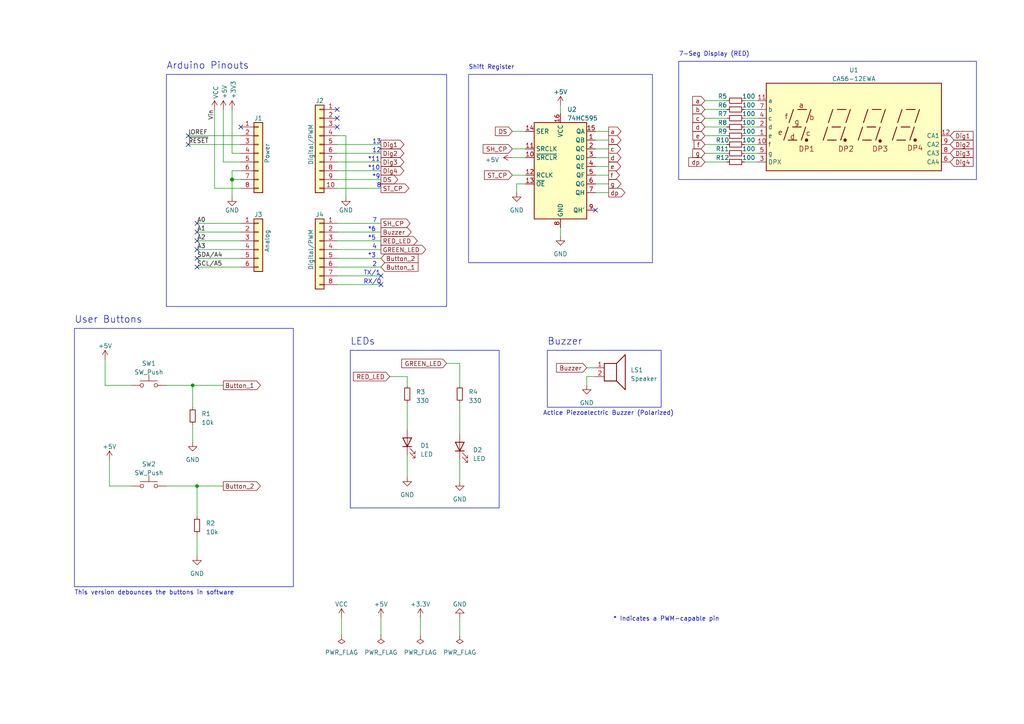
<source format=kicad_sch>
(kicad_sch (version 20230121) (generator eeschema)
  (paper "A4")
  (title_block (title "Kitchen Timer Uno Shield") (date "mar. 31 mars 2015") (rev "1.0"))
  (lib_symbols
    (symbol "+5V_1" (power) (pin_names (offset 0))
      (property "Value" "+5V_1" (at 0 3.556 0))
      (symbol "+5V_1_0_1"
        (polyline (pts (xy -0.762 1.27) (xy 0 2.54)))
        (polyline (pts (xy 0 0) (xy 0 2.54)))
        (polyline (pts (xy 0 2.54) (xy 0.762 1.27)))
      )
      (symbol "+5V_1_1_1"
        (pin power_in line (at 0 0 90) (length 0) hide (name "+5V") (number "1"))
      )
    )
    (symbol "+5V_2" (power) (pin_names (offset 0))
      (property "Value" "+5V_2" (at 0 3.556 0))
      (symbol "+5V_2_0_1"
        (polyline (pts (xy -0.762 1.27) (xy 0 2.54)))
        (polyline (pts (xy 0 0) (xy 0 2.54)))
        (polyline (pts (xy 0 2.54) (xy 0.762 1.27)))
      )
      (symbol "+5V_2_1_1"
        (pin power_in line (at 0 0 90) (length 0) hide (name "+5V") (number "1"))
      )
    )
    (symbol "+5V_3" (power) (pin_names (offset 0))
      (property "Value" "+5V_3" (at 0 3.556 0))
      (symbol "+5V_3_0_1"
        (polyline (pts (xy -0.762 1.27) (xy 0 2.54)))
        (polyline (pts (xy 0 0) (xy 0 2.54)))
        (polyline (pts (xy 0 2.54) (xy 0.762 1.27)))
      )
      (symbol "+5V_3_1_1"
        (pin power_in line (at 0 0 90) (length 0) hide (name "+5V") (number "1"))
      )
    )
    (symbol "+5V_4" (power) (pin_names (offset 0))
      (property "Value" "+5V_4" (at 0 3.556 0))
      (symbol "+5V_4_0_1"
        (polyline (pts (xy -0.762 1.27) (xy 0 2.54)))
        (polyline (pts (xy 0 0) (xy 0 2.54)))
        (polyline (pts (xy 0 2.54) (xy 0.762 1.27)))
      )
      (symbol "+5V_4_1_1"
        (pin power_in line (at 0 0 90) (length 0) hide (name "+5V") (number "1"))
      )
    )
    (symbol "74xx:74HC595"
      (property "Reference" "U" (at -7.62 13.97 0))
      (property "Value" "74HC595" (at -7.62 -16.51 0))
      (symbol "74HC595_1_0"
        (pin tri_state line (at 10.16 7.62 180) (length 2.54) (name "QB") (number "1"))
        (pin input line (at -10.16 2.54 0) (length 2.54) (name "~{SRCLR}") (number "10"))
        (pin input line (at -10.16 5.08 0) (length 2.54) (name "SRCLK") (number "11"))
        (pin input line (at -10.16 -2.54 0) (length 2.54) (name "RCLK") (number "12"))
        (pin input line (at -10.16 -5.08 0) (length 2.54) (name "~{OE}") (number "13"))
        (pin input line (at -10.16 10.16 0) (length 2.54) (name "SER") (number "14"))
        (pin tri_state line (at 10.16 10.16 180) (length 2.54) (name "QA") (number "15"))
        (pin power_in line (at 0 15.24 270) (length 2.54) (name "VCC") (number "16"))
        (pin tri_state line (at 10.16 5.08 180) (length 2.54) (name "QC") (number "2"))
        (pin tri_state line (at 10.16 2.54 180) (length 2.54) (name "QD") (number "3"))
        (pin tri_state line (at 10.16 0 180) (length 2.54) (name "QE") (number "4"))
        (pin tri_state line (at 10.16 -2.54 180) (length 2.54) (name "QF") (number "5"))
        (pin tri_state line (at 10.16 -5.08 180) (length 2.54) (name "QG") (number "6"))
        (pin tri_state line (at 10.16 -7.62 180) (length 2.54) (name "QH") (number "7"))
        (pin power_in line (at 0 -17.78 90) (length 2.54) (name "GND") (number "8"))
        (pin output line (at 10.16 -12.7 180) (length 2.54) (name "QH'") (number "9"))
      )
      (symbol "74HC595_1_1"
        (rectangle (start -7.62 12.7) (end 7.62 -15.24) (stroke (width 0.254)) (fill (type background)))
      )
    )
    (symbol "Connector_Generic:Conn_01x06" (pin_names (offset 1.016) hide)
      (property "Reference" "J" (at 0 7.62 0))
      (property "Value" "Conn_01x06" (at 0 -10.16 0))
      (symbol "Conn_01x06_1_1"
        (rectangle (start -1.27 -7.493) (end 0 -7.747) (stroke (width 0.1524)))
        (rectangle (start -1.27 -4.953) (end 0 -5.207) (stroke (width 0.1524)))
        (rectangle (start -1.27 -2.413) (end 0 -2.667) (stroke (width 0.1524)))
        (rectangle (start -1.27 0.127) (end 0 -0.127) (stroke (width 0.1524)))
        (rectangle (start -1.27 2.667) (end 0 2.413) (stroke (width 0.1524)))
        (rectangle (start -1.27 5.207) (end 0 4.953) (stroke (width 0.1524)))
        (rectangle (start -1.27 6.35) (end 1.27 -8.89) (stroke (width 0.254)) (fill (type background)))
        (pin passive line (at -5.08 5.08 0) (length 3.81) (name "Pin_1") (number "1"))
        (pin passive line (at -5.08 2.54 0) (length 3.81) (name "Pin_2") (number "2"))
        (pin passive line (at -5.08 0 0) (length 3.81) (name "Pin_3") (number "3"))
        (pin passive line (at -5.08 -2.54 0) (length 3.81) (name "Pin_4") (number "4"))
        (pin passive line (at -5.08 -5.08 0) (length 3.81) (name "Pin_5") (number "5"))
        (pin passive line (at -5.08 -7.62 0) (length 3.81) (name "Pin_6") (number "6"))
      )
    )
    (symbol "Connector_Generic:Conn_01x08" (pin_names (offset 1.016) hide)
      (property "Reference" "J" (at 0 10.16 0))
      (property "Value" "Conn_01x08" (at 0 -12.7 0))
      (symbol "Conn_01x08_1_1"
        (rectangle (start -1.27 -10.033) (end 0 -10.287) (stroke (width 0.1524)))
        (rectangle (start -1.27 -7.493) (end 0 -7.747) (stroke (width 0.1524)))
        (rectangle (start -1.27 -4.953) (end 0 -5.207) (stroke (width 0.1524)))
        (rectangle (start -1.27 -2.413) (end 0 -2.667) (stroke (width 0.1524)))
        (rectangle (start -1.27 0.127) (end 0 -0.127) (stroke (width 0.1524)))
        (rectangle (start -1.27 2.667) (end 0 2.413) (stroke (width 0.1524)))
        (rectangle (start -1.27 5.207) (end 0 4.953) (stroke (width 0.1524)))
        (rectangle (start -1.27 7.747) (end 0 7.493) (stroke (width 0.1524)))
        (rectangle (start -1.27 8.89) (end 1.27 -11.43) (stroke (width 0.254)) (fill (type background)))
        (pin passive line (at -5.08 7.62 0) (length 3.81) (name "Pin_1") (number "1"))
        (pin passive line (at -5.08 5.08 0) (length 3.81) (name "Pin_2") (number "2"))
        (pin passive line (at -5.08 2.54 0) (length 3.81) (name "Pin_3") (number "3"))
        (pin passive line (at -5.08 0 0) (length 3.81) (name "Pin_4") (number "4"))
        (pin passive line (at -5.08 -2.54 0) (length 3.81) (name "Pin_5") (number "5"))
        (pin passive line (at -5.08 -5.08 0) (length 3.81) (name "Pin_6") (number "6"))
        (pin passive line (at -5.08 -7.62 0) (length 3.81) (name "Pin_7") (number "7"))
        (pin passive line (at -5.08 -10.16 0) (length 3.81) (name "Pin_8") (number "8"))
      )
    )
    (symbol "Connector_Generic:Conn_01x10" (pin_names (offset 1.016) hide)
      (property "Reference" "J" (at 0 12.7 0))
      (property "Value" "Conn_01x10" (at 0 -15.24 0))
      (symbol "Conn_01x10_1_1"
        (rectangle (start -1.27 -12.573) (end 0 -12.827) (stroke (width 0.1524)))
        (rectangle (start -1.27 -10.033) (end 0 -10.287) (stroke (width 0.1524)))
        (rectangle (start -1.27 -7.493) (end 0 -7.747) (stroke (width 0.1524)))
        (rectangle (start -1.27 -4.953) (end 0 -5.207) (stroke (width 0.1524)))
        (rectangle (start -1.27 -2.413) (end 0 -2.667) (stroke (width 0.1524)))
        (rectangle (start -1.27 0.127) (end 0 -0.127) (stroke (width 0.1524)))
        (rectangle (start -1.27 2.667) (end 0 2.413) (stroke (width 0.1524)))
        (rectangle (start -1.27 5.207) (end 0 4.953) (stroke (width 0.1524)))
        (rectangle (start -1.27 7.747) (end 0 7.493) (stroke (width 0.1524)))
        (rectangle (start -1.27 10.287) (end 0 10.033) (stroke (width 0.1524)))
        (rectangle (start -1.27 11.43) (end 1.27 -13.97) (stroke (width 0.254)) (fill (type background)))
        (pin passive line (at -5.08 10.16 0) (length 3.81) (name "Pin_1") (number "1"))
        (pin passive line (at -5.08 -12.7 0) (length 3.81) (name "Pin_10") (number "10"))
        (pin passive line (at -5.08 7.62 0) (length 3.81) (name "Pin_2") (number "2"))
        (pin passive line (at -5.08 5.08 0) (length 3.81) (name "Pin_3") (number "3"))
        (pin passive line (at -5.08 2.54 0) (length 3.81) (name "Pin_4") (number "4"))
        (pin passive line (at -5.08 0 0) (length 3.81) (name "Pin_5") (number "5"))
        (pin passive line (at -5.08 -2.54 0) (length 3.81) (name "Pin_6") (number "6"))
        (pin passive line (at -5.08 -5.08 0) (length 3.81) (name "Pin_7") (number "7"))
        (pin passive line (at -5.08 -7.62 0) (length 3.81) (name "Pin_8") (number "8"))
        (pin passive line (at -5.08 -10.16 0) (length 3.81) (name "Pin_9") (number "9"))
      )
    )
    (symbol "Device:LED" (pin_numbers hide) (pin_names (offset 1.016) hide)
      (property "Reference" "D" (at 0 2.54 0))
      (property "Value" "LED" (at 0 -2.54 0))
      (symbol "LED_0_1"
        (polyline (pts (xy -1.27 -1.27) (xy -1.27 1.27)) (stroke (width 0.254)))
        (polyline (pts (xy -1.27 0) (xy 1.27 0)))
        (polyline (pts (xy 1.27 -1.27) (xy 1.27 1.27) (xy -1.27 0) (xy 1.27 -1.27)) (stroke (width 0.254)))
        (polyline (pts (xy -3.048 -0.762) (xy -4.572 -2.286) (xy -3.81 -2.286) (xy -4.572 -2.286) (xy -4.572 -1.524)))
        (polyline (pts (xy -1.778 -0.762) (xy -3.302 -2.286) (xy -2.54 -2.286) (xy -3.302 -2.286) (xy -3.302 -1.524)))
      )
      (symbol "LED_1_1"
        (pin passive line (at -3.81 0 0) (length 2.54) (name "K") (number "1"))
        (pin passive line (at 3.81 0 180) (length 2.54) (name "A") (number "2"))
      )
    )
    (symbol "Device:R_Small" (pin_numbers hide) (pin_names (offset 0.254) hide)
      (property "Reference" "R" (at 0.762 0.508 0))
      (property "Value" "R_Small" (at 0.762 -1.016 0))
      (symbol "R_Small_0_1"
        (rectangle (start -0.762 1.778) (end 0.762 -1.778) (stroke (width 0.2032)))
      )
      (symbol "R_Small_1_1"
        (pin passive line (at 0 2.54 270) (length 0.762) (name "~") (number "1"))
        (pin passive line (at 0 -2.54 90) (length 0.762) (name "~") (number "2"))
      )
    )
    (symbol "Device:Speaker" (pin_names (offset 0) hide)
      (property "Reference" "LS" (at 1.27 5.715 0))
      (property "Value" "Speaker" (at 1.27 3.81 0))
      (symbol "Speaker_0_0"
        (rectangle (start -2.54 1.27) (end 1.016 -3.81) (stroke (width 0.254)))
        (polyline (pts (xy 1.016 1.27) (xy 3.556 3.81) (xy 3.556 -6.35) (xy 1.016 -3.81)) (stroke (width 0.254)))
      )
      (symbol "Speaker_1_1"
        (pin input line (at -5.08 0 0) (length 2.54) (name "1") (number "1"))
        (pin input line (at -5.08 -2.54 0) (length 2.54) (name "2") (number "2"))
      )
    )
    (symbol "Display_Character:CA56-12EWA"
      (property "Reference" "U" (at -24.13 13.97 0))
      (property "Value" "CA56-12EWA" (at 19.05 13.97 0))
      (symbol "CA56-12EWA_0_0"
        (rectangle (start -25.4 12.7) (end 25.4 -12.7) (stroke (width 0.254)) (fill (type background)))
        (polyline (pts (xy -20.32 -3.81) (xy -19.05 0)) (stroke (width 0.254)))
        (polyline (pts (xy -19.05 -3.81) (xy -16.51 -3.81)) (stroke (width 0.254)))
        (polyline (pts (xy -18.796 1.27) (xy -17.526 5.08)) (stroke (width 0.254)))
        (polyline (pts (xy -17.78 0) (xy -15.24 0)) (stroke (width 0.254)))
        (polyline (pts (xy -16.256 5.08) (xy -13.716 5.08)) (stroke (width 0.254)))
        (polyline (pts (xy -15.24 -3.81) (xy -13.97 0)) (stroke (width 0.254)))
        (polyline (pts (xy -13.716 1.27) (xy -12.446 5.08)) (stroke (width 0.254)))
        (polyline (pts (xy -8.89 -3.81) (xy -7.62 0)) (stroke (width 0.254)))
        (polyline (pts (xy -7.62 -3.81) (xy -5.08 -3.81)) (stroke (width 0.254)))
        (polyline (pts (xy -7.366 1.27) (xy -6.096 5.08)) (stroke (width 0.254)))
        (polyline (pts (xy -6.35 0) (xy -3.81 0)) (stroke (width 0.254)))
        (polyline (pts (xy -4.826 5.08) (xy -2.286 5.08)) (stroke (width 0.254)))
        (polyline (pts (xy -3.81 -3.81) (xy -2.54 0)) (stroke (width 0.254)))
        (polyline (pts (xy -2.286 1.27) (xy -1.016 5.08)) (stroke (width 0.254)))
        (polyline (pts (xy 1.27 -3.81) (xy 2.54 0)) (stroke (width 0.254)))
        (polyline (pts (xy 2.54 -3.81) (xy 5.08 -3.81)) (stroke (width 0.254)))
        (polyline (pts (xy 2.794 1.27) (xy 4.064 5.08)) (stroke (width 0.254)))
        (polyline (pts (xy 3.81 0) (xy 6.35 0)) (stroke (width 0.254)))
        (polyline (pts (xy 5.334 5.08) (xy 7.874 5.08)) (stroke (width 0.254)))
        (polyline (pts (xy 6.35 -3.81) (xy 7.62 0)) (stroke (width 0.254)))
        (polyline (pts (xy 7.874 1.27) (xy 9.144 5.08)) (stroke (width 0.254)))
        (polyline (pts (xy 11.176 -3.81) (xy 12.446 0)) (stroke (width 0.254)))
        (polyline (pts (xy 12.446 -3.81) (xy 14.986 -3.81)) (stroke (width 0.254)))
        (polyline (pts (xy 12.7 1.27) (xy 13.97 5.08)) (stroke (width 0.254)))
        (polyline (pts (xy 13.716 0) (xy 16.256 0)) (stroke (width 0.254)))
        (polyline (pts (xy 15.24 5.08) (xy 17.78 5.08)) (stroke (width 0.254)))
        (polyline (pts (xy 16.256 -3.81) (xy 17.526 0)) (stroke (width 0.254)))
        (polyline (pts (xy 17.78 1.27) (xy 19.05 5.08)) (stroke (width 0.254)))
        (text "a" (at -15.24 6.35 0) (effects (font (size 1.524 1.524))))
        (text "b" (at -12.192 2.794 0) (effects (font (size 1.524 1.524))))
        (text "c" (at -13.208 -1.778 0) (effects (font (size 1.524 1.524))))
        (text "d" (at -17.78 -2.794 0) (effects (font (size 1.524 1.524))))
        (text "DP1" (at -13.716 -6.35 0) (effects (font (size 1.524 1.524))))
        (text "DP2" (at -2.286 -6.35 0) (effects (font (size 1.524 1.524))))
        (text "DP3" (at 7.62 -6.35 0) (effects (font (size 1.524 1.524))))
        (text "DP4" (at 17.78 -6.096 0) (effects (font (size 1.524 1.524))))
        (text "e" (at -21.336 -1.524 0) (effects (font (size 1.524 1.524))))
        (text "f" (at -19.558 3.048 0) (effects (font (size 1.524 1.524))))
        (text "g" (at -16.51 1.524 0) (effects (font (size 1.524 1.524))))
      )
      (symbol "CA56-12EWA_0_1"
        (circle (center -13.716 -3.81) (radius 0.3556) (stroke (width 0.254)) (fill (type outline)))
        (circle (center -2.54 -3.81) (radius 0.3556) (stroke (width 0.254)) (fill (type outline)))
      )
      (symbol "CA56-12EWA_1_0"
        (circle (center 7.62 -4.064) (radius 0.3556) (stroke (width 0.254)) (fill (type outline)))
        (circle (center 17.78 -3.81) (radius 0.3556) (stroke (width 0.254)) (fill (type outline)))
      )
      (symbol "CA56-12EWA_1_1"
        (pin input line (at -27.94 -2.54 0) (length 2.54) (name "e") (number "1"))
        (pin input line (at -27.94 -5.08 0) (length 2.54) (name "f") (number "10"))
        (pin input line (at -27.94 7.62 0) (length 2.54) (name "a") (number "11"))
        (pin input line (at 27.94 -2.54 180) (length 2.54) (name "CA1") (number "12"))
        (pin input line (at -27.94 0 0) (length 2.54) (name "d") (number "2"))
        (pin input line (at -27.94 -10.16 0) (length 2.54) (name "DPX") (number "3"))
        (pin input line (at -27.94 2.54 0) (length 2.54) (name "c") (number "4"))
        (pin input line (at -27.94 -7.62 0) (length 2.54) (name "g") (number "5"))
        (pin input line (at 27.94 -10.16 180) (length 2.54) (name "CA4") (number "6"))
        (pin input line (at -27.94 5.08 0) (length 2.54) (name "b") (number "7"))
        (pin input line (at 27.94 -7.62 180) (length 2.54) (name "CA3") (number "8"))
        (pin input line (at 27.94 -5.08 180) (length 2.54) (name "CA2") (number "9"))
      )
    )
    (symbol "GND_1" (power) (pin_names (offset 0))
      (property "Value" "GND_1" (at 0 -3.81 0))
      (symbol "GND_1_0_1"
        (polyline (pts (xy 0 0) (xy 0 -1.27) (xy 1.27 -1.27) (xy 0 -2.54) (xy -1.27 -1.27) (xy 0 -1.27)))
      )
      (symbol "GND_1_1_1"
        (pin power_in line (at 0 0 270) (length 0) hide (name "GND") (number "1"))
      )
    )
    (symbol "GND_2" (power) (pin_names (offset 0))
      (property "Value" "GND_2" (at 0 -3.81 0))
      (symbol "GND_2_0_1"
        (polyline (pts (xy 0 0) (xy 0 -1.27) (xy 1.27 -1.27) (xy 0 -2.54) (xy -1.27 -1.27) (xy 0 -1.27)))
      )
      (symbol "GND_2_1_1"
        (pin power_in line (at 0 0 270) (length 0) hide (name "GND") (number "1"))
      )
    )
    (symbol "GND_3" (power) (pin_names (offset 0))
      (property "Value" "GND_3" (at 0 -3.81 0))
      (symbol "GND_3_0_1"
        (polyline (pts (xy 0 0) (xy 0 -1.27) (xy 1.27 -1.27) (xy 0 -2.54) (xy -1.27 -1.27) (xy 0 -1.27)))
      )
      (symbol "GND_3_1_1"
        (pin power_in line (at 0 0 270) (length 0) hide (name "GND") (number "1"))
      )
    )
    (symbol "GND_4" (power) (pin_names (offset 0))
      (property "Value" "GND_4" (at 0 -3.81 0))
      (symbol "GND_4_0_1"
        (polyline (pts (xy 0 0) (xy 0 -1.27) (xy 1.27 -1.27) (xy 0 -2.54) (xy -1.27 -1.27) (xy 0 -1.27)))
      )
      (symbol "GND_4_1_1"
        (pin power_in line (at 0 0 270) (length 0) hide (name "GND") (number "1"))
      )
    )
    (symbol "GND_5" (power) (pin_names (offset 0))
      (property "Value" "GND_5" (at 0 -3.81 0))
      (symbol "GND_5_0_1"
        (polyline (pts (xy 0 0) (xy 0 -1.27) (xy 1.27 -1.27) (xy 0 -2.54) (xy -1.27 -1.27) (xy 0 -1.27)))
      )
      (symbol "GND_5_1_1"
        (pin power_in line (at 0 0 270) (length 0) hide (name "GND") (number "1"))
      )
    )
    (symbol "GND_6" (power) (pin_names (offset 0))
      (property "Value" "GND_6" (at 0 -3.81 0))
      (symbol "GND_6_0_1"
        (polyline (pts (xy 0 0) (xy 0 -1.27) (xy 1.27 -1.27) (xy 0 -2.54) (xy -1.27 -1.27) (xy 0 -1.27)))
      )
      (symbol "GND_6_1_1"
        (pin power_in line (at 0 0 270) (length 0) hide (name "GND") (number "1"))
      )
    )
    (symbol "GND_7" (power) (pin_names (offset 0))
      (property "Value" "GND_7" (at 0 -3.81 0))
      (symbol "GND_7_0_1"
        (polyline (pts (xy 0 0) (xy 0 -1.27) (xy 1.27 -1.27) (xy 0 -2.54) (xy -1.27 -1.27) (xy 0 -1.27)))
      )
      (symbol "GND_7_1_1"
        (pin power_in line (at 0 0 270) (length 0) hide (name "GND") (number "1"))
      )
    )
    (symbol "Switch:SW_Push" (pin_numbers hide) (pin_names (offset 1.016) hide)
      (property "Reference" "SW" (at 1.27 2.54 0))
      (property "Value" "SW_Push" (at 0 -1.524 0))
      (symbol "SW_Push_0_1"
        (circle (center -2.032 0) (radius 0.508))
        (polyline (pts (xy 0 1.27) (xy 0 3.048)))
        (polyline (pts (xy 2.54 1.27) (xy -2.54 1.27)))
        (circle (center 2.032 0) (radius 0.508))
        (pin passive line (at -5.08 0 0) (length 2.54) (name "1") (number "1"))
        (pin passive line (at 5.08 0 180) (length 2.54) (name "2") (number "2"))
      )
    )
    (symbol "VCC_1" (power) (pin_names (offset 0))
      (property "Value" "VCC_1" (at 0 3.81 0))
      (symbol "VCC_1_0_1"
        (polyline (pts (xy -0.762 1.27) (xy 0 2.54)))
        (polyline (pts (xy 0 0) (xy 0 2.54)))
        (polyline (pts (xy 0 2.54) (xy 0.762 1.27)))
      )
      (symbol "VCC_1_1_1"
        (pin power_in line (at 0 0 90) (length 0) hide (name "VCC") (number "1"))
      )
    )
    (symbol "power:+3.3V" (power) (pin_names (offset 0))
      (property "Value" "+3.3V" (at 0 3.556 0))
      (symbol "+3.3V_0_1"
        (polyline (pts (xy -0.762 1.27) (xy 0 2.54)))
        (polyline (pts (xy 0 0) (xy 0 2.54)))
        (polyline (pts (xy 0 2.54) (xy 0.762 1.27)))
      )
      (symbol "+3.3V_1_1"
        (pin power_in line (at 0 0 90) (length 0) hide (name "+3.3V") (number "1"))
      )
    )
    (symbol "power:+3V3" (power) (pin_names (offset 0))
      (property "Value" "+3V3" (at 0 3.556 0))
      (symbol "+3V3_0_1"
        (polyline (pts (xy -0.762 1.27) (xy 0 2.54)))
        (polyline (pts (xy 0 0) (xy 0 2.54)))
        (polyline (pts (xy 0 2.54) (xy 0.762 1.27)))
      )
      (symbol "+3V3_1_1"
        (pin power_in line (at 0 0 90) (length 0) hide (name "+3V3") (number "1"))
      )
    )
    (symbol "power:+5V" (power) (pin_names (offset 0))
      (property "Value" "+5V" (at 0 3.556 0))
      (symbol "+5V_0_1"
        (polyline (pts (xy -0.762 1.27) (xy 0 2.54)))
        (polyline (pts (xy 0 0) (xy 0 2.54)))
        (polyline (pts (xy 0 2.54) (xy 0.762 1.27)))
      )
      (symbol "+5V_1_1"
        (pin power_in line (at 0 0 90) (length 0) hide (name "+5V") (number "1"))
      )
    )
    (symbol "power:GND" (power) (pin_names (offset 0))
      (property "Value" "GND" (at 0 -3.81 0))
      (symbol "GND_0_1"
        (polyline (pts (xy 0 0) (xy 0 -1.27) (xy 1.27 -1.27) (xy 0 -2.54) (xy -1.27 -1.27) (xy 0 -1.27)))
      )
      (symbol "GND_1_1"
        (pin power_in line (at 0 0 270) (length 0) hide (name "GND") (number "1"))
      )
    )
    (symbol "power:PWR_FLAG" (power) (pin_numbers hide) (pin_names (offset 0) hide)
      (property "Value" "PWR_FLAG" (at 0 3.81 0))
      (symbol "PWR_FLAG_0_0"
        (pin power_out line (at 0 0 90) (length 0) (name "pwr") (number "1"))
      )
      (symbol "PWR_FLAG_0_1"
        (polyline (pts (xy 0 0) (xy 0 1.27) (xy -1.016 1.905) (xy 0 2.54) (xy 1.016 1.905) (xy 0 1.27)))
      )
    )
    (symbol "power:VCC" (power) (pin_names (offset 0))
      (property "Value" "VCC" (at 0 3.81 0))
      (symbol "VCC_0_1"
        (polyline (pts (xy -0.762 1.27) (xy 0 2.54)))
        (polyline (pts (xy 0 0) (xy 0 2.54)))
        (polyline (pts (xy 0 2.54) (xy 0.762 1.27)))
      )
      (symbol "VCC_1_1"
        (pin power_in line (at 0 0 90) (length 0) hide (name "VCC") (number "1"))
      )
    )
  )
  (junction (at 67.31 52.07) (diameter 1.016))
  (junction (at 57.15 140.97))
  (junction (at 55.88 111.76))
  (no_connect (at 110.49 80.01))
  (no_connect (at 97.79 36.83))
  (no_connect (at 57.15 69.85))
  (no_connect (at 97.79 31.75))
  (no_connect (at 57.15 67.31))
  (no_connect (at 172.72 60.96))
  (no_connect (at 54.61 41.91))
  (no_connect (at 57.15 77.47))
  (no_connect (at 110.49 82.55))
  (no_connect (at 57.15 72.39))
  (no_connect (at 97.79 34.29))
  (no_connect (at 57.15 74.93))
  (no_connect (at 54.61 39.37))
  (no_connect (at 57.15 64.77))
  (no_connect (at 69.85 36.83))
  (wire (pts (xy 97.79 82.55) (xy 110.49 82.55)))
  (wire (pts (xy 215.9 46.99) (xy 219.71 46.99)))
  (wire (pts (xy 97.79 49.53) (xy 110.49 49.53)))
  (wire (pts (xy 133.35 105.41) (xy 133.35 111.76)))
  (wire (pts (xy 121.92 179.07) (xy 121.92 184.15)))
  (wire (pts (xy 67.31 49.53) (xy 67.31 52.07)))
  (wire (pts (xy 204.47 39.37) (xy 210.82 39.37)))
  (wire (pts (xy 149.86 53.34) (xy 149.86 55.88)))
  (wire (pts (xy 57.15 77.47) (xy 69.85 77.47)))
  (wire (pts (xy 170.18 111.76) (xy 170.18 109.22)))
  (wire (pts (xy 148.59 43.18) (xy 152.4 43.18)))
  (wire (pts (xy 55.88 111.76) (xy 64.77 111.76)))
  (wire (pts (xy 133.35 116.84) (xy 133.35 125.73)))
  (wire (pts (xy 152.4 53.34) (xy 149.86 53.34)))
  (wire (pts (xy 67.31 52.07) (xy 67.31 57.15)))
  (wire (pts (xy 215.9 44.45) (xy 219.71 44.45)))
  (wire (pts (xy 172.72 43.18) (xy 176.53 43.18)))
  (wire (pts (xy 67.31 44.45) (xy 69.85 44.45)))
  (wire (pts (xy 64.77 46.99) (xy 69.85 46.99)))
  (wire (pts (xy 64.77 31.75) (xy 64.77 46.99)))
  (wire (pts (xy 30.48 111.76) (xy 38.1 111.76)))
  (wire (pts (xy 204.47 29.21) (xy 210.82 29.21)))
  (wire (pts (xy 97.79 41.91) (xy 110.49 41.91)))
  (wire (pts (xy 67.31 31.75) (xy 67.31 44.45)))
  (wire (pts (xy 97.79 64.77) (xy 110.49 64.77)))
  (wire (pts (xy 172.72 45.72) (xy 176.53 45.72)))
  (wire (pts (xy 69.85 64.77) (xy 57.15 64.77)))
  (wire (pts (xy 99.06 179.07) (xy 99.06 184.15)))
  (wire (pts (xy 97.79 44.45) (xy 110.49 44.45)))
  (wire (pts (xy 118.11 116.84) (xy 118.11 124.46)))
  (wire (pts (xy 97.79 67.31) (xy 110.49 67.31)))
  (wire (pts (xy 215.9 29.21) (xy 219.71 29.21)))
  (wire (pts (xy 172.72 48.26) (xy 176.53 48.26)))
  (wire (pts (xy 204.47 41.91) (xy 210.82 41.91)))
  (wire (pts (xy 172.72 50.8) (xy 176.53 50.8)))
  (wire (pts (xy 31.75 133.35) (xy 31.75 140.97)))
  (wire (pts (xy 215.9 36.83) (xy 219.71 36.83)))
  (wire (pts (xy 97.79 52.07) (xy 110.49 52.07)))
  (wire (pts (xy 204.47 31.75) (xy 210.82 31.75)))
  (wire (pts (xy 97.79 72.39) (xy 110.49 72.39)))
  (wire (pts (xy 162.56 66.04) (xy 162.56 68.58)))
  (wire (pts (xy 148.59 50.8) (xy 152.4 50.8)))
  (wire (pts (xy 170.18 106.68) (xy 172.72 106.68)))
  (wire (pts (xy 172.72 40.64) (xy 176.53 40.64)))
  (wire (pts (xy 57.15 140.97) (xy 64.77 140.97)))
  (wire (pts (xy 54.61 39.37) (xy 69.85 39.37)))
  (wire (pts (xy 133.35 179.07) (xy 133.35 184.15)))
  (wire (pts (xy 215.9 41.91) (xy 219.71 41.91)))
  (wire (pts (xy 100.33 39.37) (xy 100.33 57.15)))
  (wire (pts (xy 204.47 46.99) (xy 210.82 46.99)))
  (wire (pts (xy 148.59 38.1) (xy 152.4 38.1)))
  (wire (pts (xy 48.26 140.97) (xy 57.15 140.97)))
  (wire (pts (xy 110.49 179.07) (xy 110.49 184.15)))
  (wire (pts (xy 133.35 133.35) (xy 133.35 139.7)))
  (wire (pts (xy 69.85 69.85) (xy 57.15 69.85)))
  (wire (pts (xy 54.61 41.91) (xy 69.85 41.91)))
  (wire (pts (xy 172.72 38.1) (xy 176.53 38.1)))
  (wire (pts (xy 118.11 132.08) (xy 118.11 138.43)))
  (wire (pts (xy 69.85 52.07) (xy 67.31 52.07)))
  (wire (pts (xy 215.9 31.75) (xy 219.71 31.75)))
  (wire (pts (xy 215.9 39.37) (xy 219.71 39.37)))
  (wire (pts (xy 69.85 54.61) (xy 62.23 54.61)))
  (wire (pts (xy 57.15 67.31) (xy 69.85 67.31)))
  (wire (pts (xy 118.11 111.76) (xy 118.11 109.22)))
  (wire (pts (xy 172.72 55.88) (xy 176.53 55.88)))
  (wire (pts (xy 55.88 123.19) (xy 55.88 128.27)))
  (wire (pts (xy 162.56 30.48) (xy 162.56 33.02)))
  (wire (pts (xy 97.79 39.37) (xy 100.33 39.37)))
  (wire (pts (xy 69.85 49.53) (xy 67.31 49.53)))
  (wire (pts (xy 97.79 46.99) (xy 110.49 46.99)))
  (wire (pts (xy 57.15 154.94) (xy 57.15 161.29)))
  (wire (pts (xy 97.79 69.85) (xy 110.49 69.85)))
  (wire (pts (xy 204.47 44.45) (xy 210.82 44.45)))
  (wire (pts (xy 172.72 53.34) (xy 176.53 53.34)))
  (wire (pts (xy 57.15 72.39) (xy 69.85 72.39)))
  (wire (pts (xy 48.26 111.76) (xy 55.88 111.76)))
  (wire (pts (xy 55.88 111.76) (xy 55.88 118.11)))
  (wire (pts (xy 30.48 104.14) (xy 30.48 111.76)))
  (wire (pts (xy 215.9 34.29) (xy 219.71 34.29)))
  (wire (pts (xy 57.15 140.97) (xy 57.15 149.86)))
  (wire (pts (xy 113.03 109.22) (xy 118.11 109.22)))
  (wire (pts (xy 31.75 140.97) (xy 38.1 140.97)))
  (wire (pts (xy 97.79 77.47) (xy 110.49 77.47)))
  (wire (pts (xy 129.54 105.41) (xy 133.35 105.41)))
  (wire (pts (xy 97.79 74.93) (xy 110.49 74.93)))
  (wire (pts (xy 204.47 36.83) (xy 210.82 36.83)))
  (wire (pts (xy 204.47 34.29) (xy 210.82 34.29)))
  (wire (pts (xy 148.59 45.72) (xy 152.4 45.72)))
  (wire (pts (xy 97.79 80.01) (xy 110.49 80.01)))
  (wire (pts (xy 62.23 54.61) (xy 62.23 31.75)))
  (wire (pts (xy 170.18 109.22) (xy 172.72 109.22)))
  (wire (pts (xy 69.85 74.93) (xy 57.15 74.93)))
  (wire (pts (xy 97.79 54.61) (xy 110.49 54.61)))
  (rectangle (start 158.75 101.6) (end 191.77 118.11))
  (rectangle (start 21.59 95.25) (end 85.09 170.18))
  (rectangle (start 101.6 101.6) (end 144.78 147.32))
  (rectangle (start 135.89 21.59) (end 189.23 76.2))
  (rectangle (start 48.26 21.59) (end 129.54 88.9))
  (rectangle (start 196.85 17.78) (end 283.21 52.07))
  (rectangle (start 118.11 114.3) (end 118.11 114.3))
  (text "This version debounces the buttons in software" (at 21.59 172.72 0) (effects (font (size 1.27 1.27)) (justify left bottom)))
  (text "7-Seg Display (RED)" (at 196.85 16.51 0) (effects (font (size 1.27 1.27)) (justify left bottom)))
  (text "TX/1" (at 105.41 80.01 0) (effects (font (size 1.27 1.27)) (justify left bottom)))
  (text "LEDs" (at 101.6 100.33 0) (effects (font (size 2 2)) (justify left bottom)))
  (text "8" (at 109.22 54.61 0) (effects (font (size 1.27 1.27)) (justify left bottom)))
  (text "*3" (at 106.68 74.93 0) (effects (font (size 1.27 1.27)) (justify left bottom)))
  (text "Actice Piezoelectric Buzzer (Polarized)" (at 157.48 120.65 0) (effects (font (size 1.27 1.27)) (justify left bottom)))
  (text "User Buttons" (at 21.59 93.98 0) (effects (font (size 2 2)) (justify left bottom)))
  (text "*6" (at 106.68 67.31 0) (effects (font (size 1.27 1.27)) (justify left bottom)))
  (text "Arduino Pinouts" (at 48.26 20.32 0) (effects (font (size 2 2)) (justify left bottom)))
  (text "RX/0" (at 105.41 82.55 0) (effects (font (size 1.27 1.27)) (justify left bottom)))
  (text "13" (at 107.95 41.91 0) (effects (font (size 1.27 1.27)) (justify left bottom)))
  (text "*11" (at 106.68 46.99 0) (effects (font (size 1.27 1.27)) (justify left bottom)))
  (text "*5" (at 106.68 69.85 0) (effects (font (size 1.27 1.27)) (justify left bottom)))
  (text "2" (at 107.95 77.47 0) (effects (font (size 1.27 1.27)) (justify left bottom)))
  (text "4" (at 107.95 72.39 0) (effects (font (size 1.27 1.27)) (justify left bottom)))
  (text "* Indicates a PWM-capable pin" (at 177.8 180.34 0) (effects (font (size 1.27 1.27)) (justify left bottom)))
  (text "12" (at 107.95 44.45 0) (effects (font (size 1.27 1.27)) (justify left bottom)))
  (text "Shift Register" (at 135.89 20.32 0) (effects (font (size 1.27 1.27)) (justify left bottom)))
  (text "7" (at 107.95 64.77 0) (effects (font (size 1.27 1.27)) (justify left bottom)))
  (text "*10" (at 106.68 49.53 0) (effects (font (size 1.27 1.27)) (justify left bottom)))
  (text "*9" (at 107.95 52.07 0) (effects (font (size 1.27 1.27)) (justify left bottom)))
  (text "Buzzer" (at 158.75 100.33 0) (effects (font (size 2 2)) (justify left bottom)))
  (label "A2" (at 57.15 69.85 0))
  (label "A3" (at 57.15 72.39 0))
  (label "~{RESET}" (at 54.61 41.91 0))
  (label "A1" (at 57.15 67.31 0))
  (label "A0" (at 57.15 64.77 0))
  (label "Vin" (at 62.23 31.75 270))
  (label "IOREF" (at 54.61 39.37 0))
  (label "SDA{slash}A4" (at 57.15 74.93 0))
  (label "SCL{slash}A5" (at 57.15 77.47 0))
  (global_label "Dig4" (shape input) (at 275.59 46.99 0) (property "Intersheetrefs" "${INTERSHEET_REFS}" (effects hide)))
  (global_label "d" (shape input) (at 204.47 36.83 180) (property "Intersheetrefs" "${INTERSHEET_REFS}" (effects hide)))
  (global_label "SH_CP" (shape input) (at 148.59 43.18 180) (property "Intersheetrefs" "${INTERSHEET_REFS}" (effects hide)))
  (global_label "d" (shape output) (at 176.53 45.72 0) (property "Intersheetrefs" "${INTERSHEET_REFS}" (effects hide)))
  (global_label "GREEN_LED" (shape input) (at 129.54 105.41 180) (property "Intersheetrefs" "${INTERSHEET_REFS}" (effects hide)))
  (global_label "f" (shape output) (at 176.53 50.8 0) (property "Intersheetrefs" "${INTERSHEET_REFS}" (effects hide)))
  (global_label "Dig2" (shape input) (at 275.59 41.91 0) (property "Intersheetrefs" "${INTERSHEET_REFS}" (effects hide)))
  (global_label "g" (shape input) (at 204.47 44.45 180) (property "Intersheetrefs" "${INTERSHEET_REFS}" (effects hide)))
  (global_label "b" (shape output) (at 176.53 40.64 0) (property "Intersheetrefs" "${INTERSHEET_REFS}" (effects hide)))
  (global_label "Button_2" (shape input) (at 110.49 74.93 0) (property "Intersheetrefs" "${INTERSHEET_REFS}" (effects hide)))
  (global_label "dp" (shape input) (at 204.47 46.99 180) (property "Intersheetrefs" "${INTERSHEET_REFS}" (effects hide)))
  (global_label "RED_LED" (shape input) (at 113.03 109.22 180) (property "Intersheetrefs" "${INTERSHEET_REFS}" (effects hide)))
  (global_label "Dig1" (shape input) (at 275.59 39.37 0) (property "Intersheetrefs" "${INTERSHEET_REFS}" (effects hide)))
  (global_label "Dig1" (shape output) (at 110.49 41.91 0) (property "Intersheetrefs" "${INTERSHEET_REFS}" (effects hide)))
  (global_label "a" (shape input) (at 204.47 29.21 180) (property "Intersheetrefs" "${INTERSHEET_REFS}" (effects hide)))
  (global_label "f" (shape input) (at 204.47 41.91 180) (property "Intersheetrefs" "${INTERSHEET_REFS}" (effects hide)))
  (global_label "ST_CP" (shape output) (at 110.49 54.61 0) (property "Intersheetrefs" "${INTERSHEET_REFS}" (effects hide)))
  (global_label "c" (shape output) (at 176.53 43.18 0) (property "Intersheetrefs" "${INTERSHEET_REFS}" (effects hide)))
  (global_label "DS" (shape input) (at 148.59 38.1 180) (property "Intersheetrefs" "${INTERSHEET_REFS}" (effects hide)))
  (global_label "e" (shape output) (at 176.53 48.26 0) (property "Intersheetrefs" "${INTERSHEET_REFS}" (effects hide)))
  (global_label "Dig3" (shape input) (at 275.59 44.45 0) (property "Intersheetrefs" "${INTERSHEET_REFS}" (effects hide)))
  (global_label "c" (shape input) (at 204.47 34.29 180) (property "Intersheetrefs" "${INTERSHEET_REFS}" (effects hide)))
  (global_label "e" (shape input) (at 204.47 39.37 180) (property "Intersheetrefs" "${INTERSHEET_REFS}" (effects hide)))
  (global_label "Dig4" (shape output) (at 110.49 49.53 0) (property "Intersheetrefs" "${INTERSHEET_REFS}" (effects hide)))
  (global_label "Button_1" (shape output) (at 64.77 111.76 0) (property "Intersheetrefs" "${INTERSHEET_REFS}" (effects hide)))
  (global_label "DS" (shape output) (at 110.49 52.07 0) (property "Intersheetrefs" "${INTERSHEET_REFS}" (effects hide)))
  (global_label "Dig3" (shape output) (at 110.49 46.99 0) (property "Intersheetrefs" "${INTERSHEET_REFS}" (effects hide)))
  (global_label "ST_CP" (shape input) (at 148.59 50.8 180) (property "Intersheetrefs" "${INTERSHEET_REFS}" (effects hide)))
  (global_label "b" (shape input) (at 204.47 31.75 180) (property "Intersheetrefs" "${INTERSHEET_REFS}" (effects hide)))
  (global_label "Button_2" (shape output) (at 64.77 140.97 0) (property "Intersheetrefs" "${INTERSHEET_REFS}" (effects hide)))
  (global_label "RED_LED" (shape output) (at 110.49 69.85 0) (property "Intersheetrefs" "${INTERSHEET_REFS}" (effects hide)))
  (global_label "g" (shape output) (at 176.53 53.34 0) (property "Intersheetrefs" "${INTERSHEET_REFS}" (effects hide)))
  (global_label "SH_CP" (shape output) (at 110.49 64.77 0) (property "Intersheetrefs" "${INTERSHEET_REFS}" (effects hide)))
  (global_label "Dig2" (shape output) (at 110.49 44.45 0) (property "Intersheetrefs" "${INTERSHEET_REFS}" (effects hide)))
  (global_label "Buzzer" (shape input) (at 170.18 106.68 180) (property "Intersheetrefs" "${INTERSHEET_REFS}" (effects hide)))
  (global_label "GREEN_LED" (shape output) (at 110.49 72.39 0) (property "Intersheetrefs" "${INTERSHEET_REFS}" (effects hide)))
  (global_label "dp" (shape output) (at 176.53 55.88 0) (property "Intersheetrefs" "${INTERSHEET_REFS}" (effects hide)))
  (global_label "Buzzer" (shape output) (at 110.49 67.31 0) (property "Intersheetrefs" "${INTERSHEET_REFS}" (effects hide)))
  (global_label "Button_1" (shape input) (at 110.49 77.47 0) (property "Intersheetrefs" "${INTERSHEET_REFS}" (effects hide)))
  (global_label "a" (shape output) (at 176.53 38.1 0) (property "Intersheetrefs" "${INTERSHEET_REFS}" (effects hide)))
  (symbol (lib_id "Connector_Generic:Conn_01x08") (at 74.93 44.45 0) (unit 1)
    (property "Reference" "J1" (at 74.93 34.29 0))
    (property "Value" "Power" (at 77.47 44.45 90))
    (property "Footprint" "Connector_PinSocket_2.54mm:PinSocket_1x08_P2.54mm_Vertical" (effects hide))
  )
  (symbol (lib_id "power:+3V3") (at 67.31 31.75 0) (unit 1)
    (property "Reference" "#PWR03" (effects hide))
    (property "Value" "+3.3V" (at 67.691 28.702 90) (effects (justify left)))
  )
  (symbol (lib_id "power:+5V") (at 64.77 31.75 0) (unit 1)
    (property "Reference" "#PWR02" (effects hide))
    (property "Value" "+5V" (at 65.1256 28.702 90) (effects (justify left)))
  )
  (symbol (lib_id "power:GND") (at 67.31 57.15 0) (unit 1)
    (property "Reference" "#PWR04" (effects hide))
    (property "Value" "GND" (at 67.31 60.96 0))
  )
  (symbol (lib_id "Connector_Generic:Conn_01x10") (at 92.71 41.91 0) (mirror y) (unit 1)
    (property "Reference" "J2" (at 92.71 29.21 0))
    (property "Value" "Digital/PWM" (at 90.17 41.91 90))
    (property "Footprint" "Connector_PinSocket_2.54mm:PinSocket_1x10_P2.54mm_Vertical" (effects hide))
  )
  (symbol (lib_id "power:GND") (at 100.33 57.15 0) (unit 1)
    (property "Reference" "#PWR05" (effects hide))
    (property "Value" "GND" (at 100.33 60.96 0))
  )
  (symbol (lib_id "Connector_Generic:Conn_01x06") (at 74.93 69.85 0) (unit 1)
    (property "Reference" "J3" (at 74.93 62.23 0))
    (property "Value" "Analog" (at 77.47 69.85 90))
    (property "Footprint" "Connector_PinSocket_2.54mm:PinSocket_1x06_P2.54mm_Vertical" (effects hide))
  )
  (symbol (lib_id "Connector_Generic:Conn_01x08") (at 92.71 72.39 0) (mirror y) (unit 1)
    (property "Reference" "J4" (at 92.71 62.23 0))
    (property "Value" "Digital/PWM" (at 90.17 72.39 90))
    (property "Footprint" "Connector_PinSocket_2.54mm:PinSocket_1x08_P2.54mm_Vertical" (effects hide))
  )
  (symbol (lib_id "Device:R_Small") (at 213.36 39.37 90) (unit 1)
    (property "Reference" "R9" (at 209.55 38.1 90))
    (property "Value" "100" (at 217.17 38.1 90))
    (property "Footprint" "Resistor_THT:R_Axial_DIN0207_L6.3mm_D2.5mm_P10.16mm_Horizontal" (effects hide))
  )
  (symbol (lib_name "+5V_1") (lib_id "power:+5V") (at 31.75 133.35 0) (unit 1)
    (property "Reference" "#PWR011" (effects hide))
    (property "Value" "+5V" (at 31.75 129.54 0))
  )
  (symbol (lib_id "Device:R_Small") (at 57.15 152.4 0) (unit 1)
    (property "Reference" "R2" (at 59.69 151.765 0) (effects (justify left)))
    (property "Value" "10k" (at 59.69 154.305 0) (effects (justify left)))
    (property "Footprint" "Resistor_THT:R_Axial_DIN0207_L6.3mm_D2.5mm_P10.16mm_Horizontal" (effects hide))
  )
  (symbol (lib_name "GND_4") (lib_id "power:GND") (at 133.35 179.07 180) (unit 1)
    (property "Reference" "#PWR015" (effects hide))
    (property "Value" "GND" (at 133.35 175.26 0))
  )
  (symbol (lib_name "VCC_1") (lib_id "power:VCC") (at 99.06 179.07 0) (unit 1)
    (property "Reference" "#PWR012" (effects hide))
    (property "Value" "VCC" (at 99.06 175.26 0))
  )
  (symbol (lib_id "Device:R_Small") (at 213.36 34.29 90) (unit 1)
    (property "Reference" "R7" (at 209.55 33.02 90))
    (property "Value" "100" (at 217.17 33.02 90))
    (property "Footprint" "Resistor_THT:R_Axial_DIN0207_L6.3mm_D2.5mm_P10.16mm_Horizontal" (effects hide))
  )
  (symbol (lib_name "+5V_2") (lib_id "power:+5V") (at 110.49 179.07 0) (unit 1)
    (property "Reference" "#PWR013" (effects hide))
    (property "Value" "+5V" (at 110.49 175.26 0))
  )
  (symbol (lib_name "GND_7") (lib_id "power:GND") (at 149.86 55.88 0) (unit 1)
    (property "Reference" "#PWR019" (effects hide))
    (property "Value" "GND" (at 149.86 60.96 0))
  )
  (symbol (lib_id "power:PWR_FLAG") (at 110.49 184.15 180) (unit 1)
    (property "Reference" "#FLG03" (effects hide))
    (property "Value" "PWR_FLAG" (at 110.49 189.23 0))
  )
  (symbol (lib_id "Device:R_Small") (at 213.36 36.83 90) (unit 1)
    (property "Reference" "R8" (at 209.55 35.56 90))
    (property "Value" "100" (at 217.17 35.56 90))
    (property "Footprint" "Resistor_THT:R_Axial_DIN0207_L6.3mm_D2.5mm_P10.16mm_Horizontal" (effects hide))
  )
  (symbol (lib_id "power:PWR_FLAG") (at 121.92 184.15 180) (unit 1)
    (property "Reference" "#FLG04" (effects hide))
    (property "Value" "PWR_FLAG" (at 121.92 189.23 0))
  )
  (symbol (lib_id "Device:R_Small") (at 213.36 44.45 90) (unit 1)
    (property "Reference" "R11" (at 209.55 43.18 90))
    (property "Value" "100" (at 217.17 43.18 90))
    (property "Footprint" "Resistor_THT:R_Axial_DIN0207_L6.3mm_D2.5mm_P10.16mm_Horizontal" (effects hide))
  )
  (symbol (lib_id "Device:LED") (at 133.35 129.54 90) (unit 1)
    (property "Reference" "D2" (at 137.16 130.4925 90) (effects (justify right)))
    (property "Value" "LED" (at 137.16 133.0325 90) (effects (justify right)))
    (property "Footprint" "LED_THT:LED_D5.0mm" (effects hide))
  )
  (symbol (lib_id "power:VCC") (at 62.23 31.75 0) (unit 1)
    (property "Reference" "#PWR01" (effects hide))
    (property "Value" "VCC" (at 62.611 28.702 90) (effects (justify left)))
  )
  (symbol (lib_id "Switch:SW_Push") (at 43.18 140.97 0) (unit 1)
    (property "Reference" "SW2" (at 43.18 134.62 0))
    (property "Value" "SW_Push" (at 43.18 137.16 0))
    (property "Footprint" "Button_Switch_THT:SW_PUSH-12mm" (effects hide))
  )
  (symbol (lib_id "Display_Character:CA56-12EWA") (at 247.65 36.83 0) (unit 1)
    (property "Reference" "U1" (at 247.65 20.32 0))
    (property "Value" "CA56-12EWA" (at 247.65 22.86 0))
    (property "Footprint" "Display_7Segment:CA56-12EWA" (effects hide))
    (property "Datasheet" "http://www.kingbrightusa.com/images/catalog/SPEC/CA56-12EWA.pdf" (effects hide))
  )
  (symbol (lib_id "Device:R_Small") (at 213.36 46.99 90) (unit 1)
    (property "Reference" "R12" (at 209.55 45.72 90))
    (property "Value" "100" (at 217.17 45.72 90))
    (property "Footprint" "Resistor_THT:R_Axial_DIN0207_L6.3mm_D2.5mm_P10.16mm_Horizontal" (effects hide))
  )
  (symbol (lib_name "GND_3") (lib_id "power:GND") (at 57.15 161.29 0) (unit 1)
    (property "Reference" "#PWR09" (effects hide))
    (property "Value" "GND" (at 57.15 166.37 0))
  )
  (symbol (lib_id "Device:R_Small") (at 213.36 31.75 90) (unit 1)
    (property "Reference" "R6" (at 209.55 30.48 90))
    (property "Value" "100" (at 217.17 30.48 90))
    (property "Footprint" "Resistor_THT:R_Axial_DIN0207_L6.3mm_D2.5mm_P10.16mm_Horizontal" (effects hide))
  )
  (symbol (lib_name "GND_3") (lib_id "power:GND") (at 55.88 128.27 0) (unit 1)
    (property "Reference" "#PWR08" (effects hide))
    (property "Value" "GND" (at 55.88 133.35 0))
  )
  (symbol (lib_id "Device:LED") (at 118.11 128.27 90) (unit 1)
    (property "Reference" "D1" (at 121.92 129.2225 90) (effects (justify right)))
    (property "Value" "LED" (at 121.92 131.7625 90) (effects (justify right)))
    (property "Footprint" "LED_THT:LED_D5.0mm" (effects hide))
  )
  (symbol (lib_name "GND_5") (lib_id "power:GND") (at 170.18 111.76 0) (unit 1)
    (property "Reference" "#PWR016" (effects hide))
    (property "Value" "GND" (at 170.18 116.84 0))
  )
  (symbol (lib_name "+5V_3") (lib_id "power:+5V") (at 162.56 30.48 0) (unit 1)
    (property "Reference" "#PWR017" (effects hide))
    (property "Value" "+5V" (at 162.56 26.67 0))
  )
  (symbol (lib_id "Device:R_Small") (at 55.88 120.65 0) (unit 1)
    (property "Reference" "R1" (at 58.42 120.015 0) (effects (justify left)))
    (property "Value" "10k" (at 58.42 122.555 0) (effects (justify left)))
    (property "Footprint" "Resistor_THT:R_Axial_DIN0207_L6.3mm_D2.5mm_P10.16mm_Horizontal" (effects hide))
  )
  (symbol (lib_id "Device:Speaker") (at 177.8 106.68 0) (unit 1)
    (property "Reference" "LS1" (at 182.88 107.315 0) (effects (justify left)))
    (property "Value" "Speaker" (at 182.88 109.855 0) (effects (justify left)))
    (property "Footprint" "Buzzer_Beeper:Buzzer_12x9.5RM7.6" (effects hide))
  )
  (symbol (lib_id "Device:R_Small") (at 213.36 29.21 90) (unit 1)
    (property "Reference" "R5" (at 209.55 27.94 90))
    (property "Value" "100" (at 217.17 27.94 90))
    (property "Footprint" "Resistor_THT:R_Axial_DIN0207_L6.3mm_D2.5mm_P10.16mm_Horizontal" (effects hide))
  )
  (symbol (lib_id "Device:R_Small") (at 213.36 41.91 90) (unit 1)
    (property "Reference" "R10" (at 209.55 40.64 90))
    (property "Value" "100" (at 217.17 40.64 90))
    (property "Footprint" "Resistor_THT:R_Axial_DIN0207_L6.3mm_D2.5mm_P10.16mm_Horizontal" (effects hide))
  )
  (symbol (lib_id "Device:R_Small") (at 118.11 114.3 0) (unit 1)
    (property "Reference" "R3" (at 120.65 113.665 0) (effects (justify left)))
    (property "Value" "330" (at 120.65 116.205 0) (effects (justify left)))
    (property "Footprint" "Resistor_THT:R_Axial_DIN0207_L6.3mm_D2.5mm_P10.16mm_Horizontal" (effects hide))
  )
  (symbol (lib_id "power:+3.3V") (at 121.92 179.07 0) (unit 1)
    (property "Reference" "#PWR014" (effects hide))
    (property "Value" "+3.3V" (at 121.92 175.26 0))
  )
  (symbol (lib_name "+5V_4") (lib_id "power:+5V") (at 148.59 45.72 90) (unit 1)
    (property "Reference" "#PWR020" (effects hide))
    (property "Value" "+5V" (at 144.78 46.355 90) (effects (justify left)))
  )
  (symbol (lib_id "74xx:74HC595") (at 162.56 48.26 0) (unit 1)
    (property "Reference" "U2" (at 164.5159 31.75 0) (effects (justify left)))
    (property "Value" "74HC595" (at 164.5159 34.29 0) (effects (justify left)))
    (property "Footprint" "Package_DIP:DIP-16_W7.62mm_Socket_LongPads" (effects hide))
    (property "Datasheet" "http://www.ti.com/lit/ds/symlink/sn74hc595.pdf" (effects hide))
  )
  (symbol (lib_id "power:PWR_FLAG") (at 99.06 184.15 180) (unit 1)
    (property "Reference" "#FLG02" (effects hide))
    (property "Value" "PWR_FLAG" (at 99.06 189.23 0))
  )
  (symbol (lib_name "GND_6") (lib_id "power:GND") (at 162.56 68.58 0) (unit 1)
    (property "Reference" "#PWR018" (effects hide))
    (property "Value" "GND" (at 162.56 73.66 0))
  )
  (symbol (lib_name "GND_2") (lib_id "power:GND") (at 133.35 139.7 0) (unit 1)
    (property "Reference" "#PWR07" (effects hide))
    (property "Value" "GND" (at 133.35 144.78 0))
  )
  (symbol (lib_id "Device:R_Small") (at 133.35 114.3 0) (unit 1)
    (property "Reference" "R4" (at 135.89 113.665 0) (effects (justify left)))
    (property "Value" "330" (at 135.89 116.205 0) (effects (justify left)))
    (property "Footprint" "Resistor_THT:R_Axial_DIN0207_L6.3mm_D2.5mm_P10.16mm_Horizontal" (effects hide))
  )
  (symbol (lib_id "power:PWR_FLAG") (at 133.35 184.15 180) (unit 1)
    (property "Reference" "#FLG05" (effects hide))
    (property "Value" "PWR_FLAG" (at 133.35 189.23 0))
  )
  (symbol (lib_id "Switch:SW_Push") (at 43.18 111.76 0) (unit 1)
    (property "Reference" "SW1" (at 43.18 105.41 0))
    (property "Value" "SW_Push" (at 43.18 107.95 0))
    (property "Footprint" "Button_Switch_THT:SW_PUSH-12mm" (effects hide))
  )
  (symbol (lib_name "GND_1") (lib_id "power:GND") (at 118.11 138.43 0) (unit 1)
    (property "Reference" "#PWR06" (effects hide))
    (property "Value" "GND" (at 118.11 143.51 0))
  )
  (symbol (lib_name "+5V_1") (lib_id "power:+5V") (at 30.48 104.14 0) (unit 1)
    (property "Reference" "#PWR010" (effects hide))
    (property "Value" "+5V" (at 30.48 100.33 0))
  )
)
</source>
